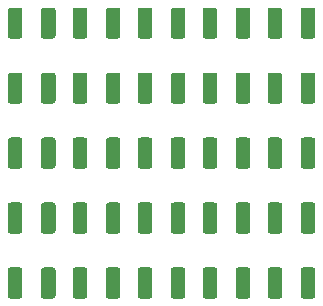
<source format=gbr>
G04 #@! TF.GenerationSoftware,KiCad,Pcbnew,5.1.6-c6e7f7d~87~ubuntu19.10.1*
G04 #@! TF.CreationDate,2020-10-15T12:23:37+04:00*
G04 #@! TF.ProjectId,ledy,6c656479-2e6b-4696-9361-645f70636258,rev?*
G04 #@! TF.SameCoordinates,Original*
G04 #@! TF.FileFunction,Paste,Top*
G04 #@! TF.FilePolarity,Positive*
%FSLAX46Y46*%
G04 Gerber Fmt 4.6, Leading zero omitted, Abs format (unit mm)*
G04 Created by KiCad (PCBNEW 5.1.6-c6e7f7d~87~ubuntu19.10.1) date 2020-10-15 12:23:37*
%MOMM*%
%LPD*%
G01*
G04 APERTURE LIST*
G04 APERTURE END LIST*
G04 #@! TO.C,D5*
G36*
G01*
X233670000Y-103974000D02*
X233670000Y-101824000D01*
G75*
G02*
X233920000Y-101574000I250000J0D01*
G01*
X234670000Y-101574000D01*
G75*
G02*
X234920000Y-101824000I0J-250000D01*
G01*
X234920000Y-103974000D01*
G75*
G02*
X234670000Y-104224000I-250000J0D01*
G01*
X233920000Y-104224000D01*
G75*
G02*
X233670000Y-103974000I0J250000D01*
G01*
G37*
G36*
G01*
X236470000Y-103974000D02*
X236470000Y-101824000D01*
G75*
G02*
X236720000Y-101574000I250000J0D01*
G01*
X237470000Y-101574000D01*
G75*
G02*
X237720000Y-101824000I0J-250000D01*
G01*
X237720000Y-103974000D01*
G75*
G02*
X237470000Y-104224000I-250000J0D01*
G01*
X236720000Y-104224000D01*
G75*
G02*
X236470000Y-103974000I0J250000D01*
G01*
G37*
G04 #@! TD*
G04 #@! TO.C,D4*
G36*
G01*
X228170000Y-103974000D02*
X228170000Y-101824000D01*
G75*
G02*
X228420000Y-101574000I250000J0D01*
G01*
X229170000Y-101574000D01*
G75*
G02*
X229420000Y-101824000I0J-250000D01*
G01*
X229420000Y-103974000D01*
G75*
G02*
X229170000Y-104224000I-250000J0D01*
G01*
X228420000Y-104224000D01*
G75*
G02*
X228170000Y-103974000I0J250000D01*
G01*
G37*
G36*
G01*
X230970000Y-103974000D02*
X230970000Y-101824000D01*
G75*
G02*
X231220000Y-101574000I250000J0D01*
G01*
X231970000Y-101574000D01*
G75*
G02*
X232220000Y-101824000I0J-250000D01*
G01*
X232220000Y-103974000D01*
G75*
G02*
X231970000Y-104224000I-250000J0D01*
G01*
X231220000Y-104224000D01*
G75*
G02*
X230970000Y-103974000I0J250000D01*
G01*
G37*
G04 #@! TD*
G04 #@! TO.C,D3*
G36*
G01*
X222670000Y-103974000D02*
X222670000Y-101824000D01*
G75*
G02*
X222920000Y-101574000I250000J0D01*
G01*
X223670000Y-101574000D01*
G75*
G02*
X223920000Y-101824000I0J-250000D01*
G01*
X223920000Y-103974000D01*
G75*
G02*
X223670000Y-104224000I-250000J0D01*
G01*
X222920000Y-104224000D01*
G75*
G02*
X222670000Y-103974000I0J250000D01*
G01*
G37*
G36*
G01*
X225470000Y-103974000D02*
X225470000Y-101824000D01*
G75*
G02*
X225720000Y-101574000I250000J0D01*
G01*
X226470000Y-101574000D01*
G75*
G02*
X226720000Y-101824000I0J-250000D01*
G01*
X226720000Y-103974000D01*
G75*
G02*
X226470000Y-104224000I-250000J0D01*
G01*
X225720000Y-104224000D01*
G75*
G02*
X225470000Y-103974000I0J250000D01*
G01*
G37*
G04 #@! TD*
G04 #@! TO.C,D2*
G36*
G01*
X217170000Y-103974000D02*
X217170000Y-101824000D01*
G75*
G02*
X217420000Y-101574000I250000J0D01*
G01*
X218170000Y-101574000D01*
G75*
G02*
X218420000Y-101824000I0J-250000D01*
G01*
X218420000Y-103974000D01*
G75*
G02*
X218170000Y-104224000I-250000J0D01*
G01*
X217420000Y-104224000D01*
G75*
G02*
X217170000Y-103974000I0J250000D01*
G01*
G37*
G36*
G01*
X219970000Y-103974000D02*
X219970000Y-101824000D01*
G75*
G02*
X220220000Y-101574000I250000J0D01*
G01*
X220970000Y-101574000D01*
G75*
G02*
X221220000Y-101824000I0J-250000D01*
G01*
X221220000Y-103974000D01*
G75*
G02*
X220970000Y-104224000I-250000J0D01*
G01*
X220220000Y-104224000D01*
G75*
G02*
X219970000Y-103974000I0J250000D01*
G01*
G37*
G04 #@! TD*
G04 #@! TO.C,D1*
G36*
G01*
X211670000Y-103974000D02*
X211670000Y-101824000D01*
G75*
G02*
X211920000Y-101574000I250000J0D01*
G01*
X212670000Y-101574000D01*
G75*
G02*
X212920000Y-101824000I0J-250000D01*
G01*
X212920000Y-103974000D01*
G75*
G02*
X212670000Y-104224000I-250000J0D01*
G01*
X211920000Y-104224000D01*
G75*
G02*
X211670000Y-103974000I0J250000D01*
G01*
G37*
G36*
G01*
X214470000Y-103974000D02*
X214470000Y-101824000D01*
G75*
G02*
X214720000Y-101574000I250000J0D01*
G01*
X215470000Y-101574000D01*
G75*
G02*
X215720000Y-101824000I0J-250000D01*
G01*
X215720000Y-103974000D01*
G75*
G02*
X215470000Y-104224000I-250000J0D01*
G01*
X214720000Y-104224000D01*
G75*
G02*
X214470000Y-103974000I0J250000D01*
G01*
G37*
G04 #@! TD*
G04 #@! TO.C,D10*
G36*
G01*
X233670000Y-98474000D02*
X233670000Y-96324000D01*
G75*
G02*
X233920000Y-96074000I250000J0D01*
G01*
X234670000Y-96074000D01*
G75*
G02*
X234920000Y-96324000I0J-250000D01*
G01*
X234920000Y-98474000D01*
G75*
G02*
X234670000Y-98724000I-250000J0D01*
G01*
X233920000Y-98724000D01*
G75*
G02*
X233670000Y-98474000I0J250000D01*
G01*
G37*
G36*
G01*
X236470000Y-98474000D02*
X236470000Y-96324000D01*
G75*
G02*
X236720000Y-96074000I250000J0D01*
G01*
X237470000Y-96074000D01*
G75*
G02*
X237720000Y-96324000I0J-250000D01*
G01*
X237720000Y-98474000D01*
G75*
G02*
X237470000Y-98724000I-250000J0D01*
G01*
X236720000Y-98724000D01*
G75*
G02*
X236470000Y-98474000I0J250000D01*
G01*
G37*
G04 #@! TD*
G04 #@! TO.C,D9*
G36*
G01*
X228170000Y-98474000D02*
X228170000Y-96324000D01*
G75*
G02*
X228420000Y-96074000I250000J0D01*
G01*
X229170000Y-96074000D01*
G75*
G02*
X229420000Y-96324000I0J-250000D01*
G01*
X229420000Y-98474000D01*
G75*
G02*
X229170000Y-98724000I-250000J0D01*
G01*
X228420000Y-98724000D01*
G75*
G02*
X228170000Y-98474000I0J250000D01*
G01*
G37*
G36*
G01*
X230970000Y-98474000D02*
X230970000Y-96324000D01*
G75*
G02*
X231220000Y-96074000I250000J0D01*
G01*
X231970000Y-96074000D01*
G75*
G02*
X232220000Y-96324000I0J-250000D01*
G01*
X232220000Y-98474000D01*
G75*
G02*
X231970000Y-98724000I-250000J0D01*
G01*
X231220000Y-98724000D01*
G75*
G02*
X230970000Y-98474000I0J250000D01*
G01*
G37*
G04 #@! TD*
G04 #@! TO.C,D8*
G36*
G01*
X222670000Y-98474000D02*
X222670000Y-96324000D01*
G75*
G02*
X222920000Y-96074000I250000J0D01*
G01*
X223670000Y-96074000D01*
G75*
G02*
X223920000Y-96324000I0J-250000D01*
G01*
X223920000Y-98474000D01*
G75*
G02*
X223670000Y-98724000I-250000J0D01*
G01*
X222920000Y-98724000D01*
G75*
G02*
X222670000Y-98474000I0J250000D01*
G01*
G37*
G36*
G01*
X225470000Y-98474000D02*
X225470000Y-96324000D01*
G75*
G02*
X225720000Y-96074000I250000J0D01*
G01*
X226470000Y-96074000D01*
G75*
G02*
X226720000Y-96324000I0J-250000D01*
G01*
X226720000Y-98474000D01*
G75*
G02*
X226470000Y-98724000I-250000J0D01*
G01*
X225720000Y-98724000D01*
G75*
G02*
X225470000Y-98474000I0J250000D01*
G01*
G37*
G04 #@! TD*
G04 #@! TO.C,D7*
G36*
G01*
X217170000Y-98474000D02*
X217170000Y-96324000D01*
G75*
G02*
X217420000Y-96074000I250000J0D01*
G01*
X218170000Y-96074000D01*
G75*
G02*
X218420000Y-96324000I0J-250000D01*
G01*
X218420000Y-98474000D01*
G75*
G02*
X218170000Y-98724000I-250000J0D01*
G01*
X217420000Y-98724000D01*
G75*
G02*
X217170000Y-98474000I0J250000D01*
G01*
G37*
G36*
G01*
X219970000Y-98474000D02*
X219970000Y-96324000D01*
G75*
G02*
X220220000Y-96074000I250000J0D01*
G01*
X220970000Y-96074000D01*
G75*
G02*
X221220000Y-96324000I0J-250000D01*
G01*
X221220000Y-98474000D01*
G75*
G02*
X220970000Y-98724000I-250000J0D01*
G01*
X220220000Y-98724000D01*
G75*
G02*
X219970000Y-98474000I0J250000D01*
G01*
G37*
G04 #@! TD*
G04 #@! TO.C,D6*
G36*
G01*
X211670000Y-98474000D02*
X211670000Y-96324000D01*
G75*
G02*
X211920000Y-96074000I250000J0D01*
G01*
X212670000Y-96074000D01*
G75*
G02*
X212920000Y-96324000I0J-250000D01*
G01*
X212920000Y-98474000D01*
G75*
G02*
X212670000Y-98724000I-250000J0D01*
G01*
X211920000Y-98724000D01*
G75*
G02*
X211670000Y-98474000I0J250000D01*
G01*
G37*
G36*
G01*
X214470000Y-98474000D02*
X214470000Y-96324000D01*
G75*
G02*
X214720000Y-96074000I250000J0D01*
G01*
X215470000Y-96074000D01*
G75*
G02*
X215720000Y-96324000I0J-250000D01*
G01*
X215720000Y-98474000D01*
G75*
G02*
X215470000Y-98724000I-250000J0D01*
G01*
X214720000Y-98724000D01*
G75*
G02*
X214470000Y-98474000I0J250000D01*
G01*
G37*
G04 #@! TD*
G04 #@! TO.C,D15*
G36*
G01*
X233670000Y-92974000D02*
X233670000Y-90824000D01*
G75*
G02*
X233920000Y-90574000I250000J0D01*
G01*
X234670000Y-90574000D01*
G75*
G02*
X234920000Y-90824000I0J-250000D01*
G01*
X234920000Y-92974000D01*
G75*
G02*
X234670000Y-93224000I-250000J0D01*
G01*
X233920000Y-93224000D01*
G75*
G02*
X233670000Y-92974000I0J250000D01*
G01*
G37*
G36*
G01*
X236470000Y-92974000D02*
X236470000Y-90824000D01*
G75*
G02*
X236720000Y-90574000I250000J0D01*
G01*
X237470000Y-90574000D01*
G75*
G02*
X237720000Y-90824000I0J-250000D01*
G01*
X237720000Y-92974000D01*
G75*
G02*
X237470000Y-93224000I-250000J0D01*
G01*
X236720000Y-93224000D01*
G75*
G02*
X236470000Y-92974000I0J250000D01*
G01*
G37*
G04 #@! TD*
G04 #@! TO.C,D14*
G36*
G01*
X228170000Y-92974000D02*
X228170000Y-90824000D01*
G75*
G02*
X228420000Y-90574000I250000J0D01*
G01*
X229170000Y-90574000D01*
G75*
G02*
X229420000Y-90824000I0J-250000D01*
G01*
X229420000Y-92974000D01*
G75*
G02*
X229170000Y-93224000I-250000J0D01*
G01*
X228420000Y-93224000D01*
G75*
G02*
X228170000Y-92974000I0J250000D01*
G01*
G37*
G36*
G01*
X230970000Y-92974000D02*
X230970000Y-90824000D01*
G75*
G02*
X231220000Y-90574000I250000J0D01*
G01*
X231970000Y-90574000D01*
G75*
G02*
X232220000Y-90824000I0J-250000D01*
G01*
X232220000Y-92974000D01*
G75*
G02*
X231970000Y-93224000I-250000J0D01*
G01*
X231220000Y-93224000D01*
G75*
G02*
X230970000Y-92974000I0J250000D01*
G01*
G37*
G04 #@! TD*
G04 #@! TO.C,D13*
G36*
G01*
X222670000Y-92974000D02*
X222670000Y-90824000D01*
G75*
G02*
X222920000Y-90574000I250000J0D01*
G01*
X223670000Y-90574000D01*
G75*
G02*
X223920000Y-90824000I0J-250000D01*
G01*
X223920000Y-92974000D01*
G75*
G02*
X223670000Y-93224000I-250000J0D01*
G01*
X222920000Y-93224000D01*
G75*
G02*
X222670000Y-92974000I0J250000D01*
G01*
G37*
G36*
G01*
X225470000Y-92974000D02*
X225470000Y-90824000D01*
G75*
G02*
X225720000Y-90574000I250000J0D01*
G01*
X226470000Y-90574000D01*
G75*
G02*
X226720000Y-90824000I0J-250000D01*
G01*
X226720000Y-92974000D01*
G75*
G02*
X226470000Y-93224000I-250000J0D01*
G01*
X225720000Y-93224000D01*
G75*
G02*
X225470000Y-92974000I0J250000D01*
G01*
G37*
G04 #@! TD*
G04 #@! TO.C,D12*
G36*
G01*
X217170000Y-92974000D02*
X217170000Y-90824000D01*
G75*
G02*
X217420000Y-90574000I250000J0D01*
G01*
X218170000Y-90574000D01*
G75*
G02*
X218420000Y-90824000I0J-250000D01*
G01*
X218420000Y-92974000D01*
G75*
G02*
X218170000Y-93224000I-250000J0D01*
G01*
X217420000Y-93224000D01*
G75*
G02*
X217170000Y-92974000I0J250000D01*
G01*
G37*
G36*
G01*
X219970000Y-92974000D02*
X219970000Y-90824000D01*
G75*
G02*
X220220000Y-90574000I250000J0D01*
G01*
X220970000Y-90574000D01*
G75*
G02*
X221220000Y-90824000I0J-250000D01*
G01*
X221220000Y-92974000D01*
G75*
G02*
X220970000Y-93224000I-250000J0D01*
G01*
X220220000Y-93224000D01*
G75*
G02*
X219970000Y-92974000I0J250000D01*
G01*
G37*
G04 #@! TD*
G04 #@! TO.C,D11*
G36*
G01*
X211670000Y-92974000D02*
X211670000Y-90824000D01*
G75*
G02*
X211920000Y-90574000I250000J0D01*
G01*
X212670000Y-90574000D01*
G75*
G02*
X212920000Y-90824000I0J-250000D01*
G01*
X212920000Y-92974000D01*
G75*
G02*
X212670000Y-93224000I-250000J0D01*
G01*
X211920000Y-93224000D01*
G75*
G02*
X211670000Y-92974000I0J250000D01*
G01*
G37*
G36*
G01*
X214470000Y-92974000D02*
X214470000Y-90824000D01*
G75*
G02*
X214720000Y-90574000I250000J0D01*
G01*
X215470000Y-90574000D01*
G75*
G02*
X215720000Y-90824000I0J-250000D01*
G01*
X215720000Y-92974000D01*
G75*
G02*
X215470000Y-93224000I-250000J0D01*
G01*
X214720000Y-93224000D01*
G75*
G02*
X214470000Y-92974000I0J250000D01*
G01*
G37*
G04 #@! TD*
G04 #@! TO.C,D20*
G36*
G01*
X233670000Y-87474000D02*
X233670000Y-85324000D01*
G75*
G02*
X233920000Y-85074000I250000J0D01*
G01*
X234670000Y-85074000D01*
G75*
G02*
X234920000Y-85324000I0J-250000D01*
G01*
X234920000Y-87474000D01*
G75*
G02*
X234670000Y-87724000I-250000J0D01*
G01*
X233920000Y-87724000D01*
G75*
G02*
X233670000Y-87474000I0J250000D01*
G01*
G37*
G36*
G01*
X236470000Y-87474000D02*
X236470000Y-85324000D01*
G75*
G02*
X236720000Y-85074000I250000J0D01*
G01*
X237470000Y-85074000D01*
G75*
G02*
X237720000Y-85324000I0J-250000D01*
G01*
X237720000Y-87474000D01*
G75*
G02*
X237470000Y-87724000I-250000J0D01*
G01*
X236720000Y-87724000D01*
G75*
G02*
X236470000Y-87474000I0J250000D01*
G01*
G37*
G04 #@! TD*
G04 #@! TO.C,D19*
G36*
G01*
X228170000Y-87474000D02*
X228170000Y-85324000D01*
G75*
G02*
X228420000Y-85074000I250000J0D01*
G01*
X229170000Y-85074000D01*
G75*
G02*
X229420000Y-85324000I0J-250000D01*
G01*
X229420000Y-87474000D01*
G75*
G02*
X229170000Y-87724000I-250000J0D01*
G01*
X228420000Y-87724000D01*
G75*
G02*
X228170000Y-87474000I0J250000D01*
G01*
G37*
G36*
G01*
X230970000Y-87474000D02*
X230970000Y-85324000D01*
G75*
G02*
X231220000Y-85074000I250000J0D01*
G01*
X231970000Y-85074000D01*
G75*
G02*
X232220000Y-85324000I0J-250000D01*
G01*
X232220000Y-87474000D01*
G75*
G02*
X231970000Y-87724000I-250000J0D01*
G01*
X231220000Y-87724000D01*
G75*
G02*
X230970000Y-87474000I0J250000D01*
G01*
G37*
G04 #@! TD*
G04 #@! TO.C,D18*
G36*
G01*
X222670000Y-87474000D02*
X222670000Y-85324000D01*
G75*
G02*
X222920000Y-85074000I250000J0D01*
G01*
X223670000Y-85074000D01*
G75*
G02*
X223920000Y-85324000I0J-250000D01*
G01*
X223920000Y-87474000D01*
G75*
G02*
X223670000Y-87724000I-250000J0D01*
G01*
X222920000Y-87724000D01*
G75*
G02*
X222670000Y-87474000I0J250000D01*
G01*
G37*
G36*
G01*
X225470000Y-87474000D02*
X225470000Y-85324000D01*
G75*
G02*
X225720000Y-85074000I250000J0D01*
G01*
X226470000Y-85074000D01*
G75*
G02*
X226720000Y-85324000I0J-250000D01*
G01*
X226720000Y-87474000D01*
G75*
G02*
X226470000Y-87724000I-250000J0D01*
G01*
X225720000Y-87724000D01*
G75*
G02*
X225470000Y-87474000I0J250000D01*
G01*
G37*
G04 #@! TD*
G04 #@! TO.C,D17*
G36*
G01*
X217170000Y-87474000D02*
X217170000Y-85324000D01*
G75*
G02*
X217420000Y-85074000I250000J0D01*
G01*
X218170000Y-85074000D01*
G75*
G02*
X218420000Y-85324000I0J-250000D01*
G01*
X218420000Y-87474000D01*
G75*
G02*
X218170000Y-87724000I-250000J0D01*
G01*
X217420000Y-87724000D01*
G75*
G02*
X217170000Y-87474000I0J250000D01*
G01*
G37*
G36*
G01*
X219970000Y-87474000D02*
X219970000Y-85324000D01*
G75*
G02*
X220220000Y-85074000I250000J0D01*
G01*
X220970000Y-85074000D01*
G75*
G02*
X221220000Y-85324000I0J-250000D01*
G01*
X221220000Y-87474000D01*
G75*
G02*
X220970000Y-87724000I-250000J0D01*
G01*
X220220000Y-87724000D01*
G75*
G02*
X219970000Y-87474000I0J250000D01*
G01*
G37*
G04 #@! TD*
G04 #@! TO.C,D16*
G36*
G01*
X211670000Y-87474000D02*
X211670000Y-85324000D01*
G75*
G02*
X211920000Y-85074000I250000J0D01*
G01*
X212670000Y-85074000D01*
G75*
G02*
X212920000Y-85324000I0J-250000D01*
G01*
X212920000Y-87474000D01*
G75*
G02*
X212670000Y-87724000I-250000J0D01*
G01*
X211920000Y-87724000D01*
G75*
G02*
X211670000Y-87474000I0J250000D01*
G01*
G37*
G36*
G01*
X214470000Y-87474000D02*
X214470000Y-85324000D01*
G75*
G02*
X214720000Y-85074000I250000J0D01*
G01*
X215470000Y-85074000D01*
G75*
G02*
X215720000Y-85324000I0J-250000D01*
G01*
X215720000Y-87474000D01*
G75*
G02*
X215470000Y-87724000I-250000J0D01*
G01*
X214720000Y-87724000D01*
G75*
G02*
X214470000Y-87474000I0J250000D01*
G01*
G37*
G04 #@! TD*
G04 #@! TO.C,D25*
G36*
G01*
X233670000Y-81974000D02*
X233670000Y-79824000D01*
G75*
G02*
X233920000Y-79574000I250000J0D01*
G01*
X234670000Y-79574000D01*
G75*
G02*
X234920000Y-79824000I0J-250000D01*
G01*
X234920000Y-81974000D01*
G75*
G02*
X234670000Y-82224000I-250000J0D01*
G01*
X233920000Y-82224000D01*
G75*
G02*
X233670000Y-81974000I0J250000D01*
G01*
G37*
G36*
G01*
X236470000Y-81974000D02*
X236470000Y-79824000D01*
G75*
G02*
X236720000Y-79574000I250000J0D01*
G01*
X237470000Y-79574000D01*
G75*
G02*
X237720000Y-79824000I0J-250000D01*
G01*
X237720000Y-81974000D01*
G75*
G02*
X237470000Y-82224000I-250000J0D01*
G01*
X236720000Y-82224000D01*
G75*
G02*
X236470000Y-81974000I0J250000D01*
G01*
G37*
G04 #@! TD*
G04 #@! TO.C,D24*
G36*
G01*
X228170000Y-81974000D02*
X228170000Y-79824000D01*
G75*
G02*
X228420000Y-79574000I250000J0D01*
G01*
X229170000Y-79574000D01*
G75*
G02*
X229420000Y-79824000I0J-250000D01*
G01*
X229420000Y-81974000D01*
G75*
G02*
X229170000Y-82224000I-250000J0D01*
G01*
X228420000Y-82224000D01*
G75*
G02*
X228170000Y-81974000I0J250000D01*
G01*
G37*
G36*
G01*
X230970000Y-81974000D02*
X230970000Y-79824000D01*
G75*
G02*
X231220000Y-79574000I250000J0D01*
G01*
X231970000Y-79574000D01*
G75*
G02*
X232220000Y-79824000I0J-250000D01*
G01*
X232220000Y-81974000D01*
G75*
G02*
X231970000Y-82224000I-250000J0D01*
G01*
X231220000Y-82224000D01*
G75*
G02*
X230970000Y-81974000I0J250000D01*
G01*
G37*
G04 #@! TD*
G04 #@! TO.C,D23*
G36*
G01*
X222670000Y-81974000D02*
X222670000Y-79824000D01*
G75*
G02*
X222920000Y-79574000I250000J0D01*
G01*
X223670000Y-79574000D01*
G75*
G02*
X223920000Y-79824000I0J-250000D01*
G01*
X223920000Y-81974000D01*
G75*
G02*
X223670000Y-82224000I-250000J0D01*
G01*
X222920000Y-82224000D01*
G75*
G02*
X222670000Y-81974000I0J250000D01*
G01*
G37*
G36*
G01*
X225470000Y-81974000D02*
X225470000Y-79824000D01*
G75*
G02*
X225720000Y-79574000I250000J0D01*
G01*
X226470000Y-79574000D01*
G75*
G02*
X226720000Y-79824000I0J-250000D01*
G01*
X226720000Y-81974000D01*
G75*
G02*
X226470000Y-82224000I-250000J0D01*
G01*
X225720000Y-82224000D01*
G75*
G02*
X225470000Y-81974000I0J250000D01*
G01*
G37*
G04 #@! TD*
G04 #@! TO.C,D22*
G36*
G01*
X217170000Y-81974000D02*
X217170000Y-79824000D01*
G75*
G02*
X217420000Y-79574000I250000J0D01*
G01*
X218170000Y-79574000D01*
G75*
G02*
X218420000Y-79824000I0J-250000D01*
G01*
X218420000Y-81974000D01*
G75*
G02*
X218170000Y-82224000I-250000J0D01*
G01*
X217420000Y-82224000D01*
G75*
G02*
X217170000Y-81974000I0J250000D01*
G01*
G37*
G36*
G01*
X219970000Y-81974000D02*
X219970000Y-79824000D01*
G75*
G02*
X220220000Y-79574000I250000J0D01*
G01*
X220970000Y-79574000D01*
G75*
G02*
X221220000Y-79824000I0J-250000D01*
G01*
X221220000Y-81974000D01*
G75*
G02*
X220970000Y-82224000I-250000J0D01*
G01*
X220220000Y-82224000D01*
G75*
G02*
X219970000Y-81974000I0J250000D01*
G01*
G37*
G04 #@! TD*
G04 #@! TO.C,D21*
G36*
G01*
X214470000Y-81974000D02*
X214470000Y-79824000D01*
G75*
G02*
X214720000Y-79574000I250000J0D01*
G01*
X215470000Y-79574000D01*
G75*
G02*
X215720000Y-79824000I0J-250000D01*
G01*
X215720000Y-81974000D01*
G75*
G02*
X215470000Y-82224000I-250000J0D01*
G01*
X214720000Y-82224000D01*
G75*
G02*
X214470000Y-81974000I0J250000D01*
G01*
G37*
G36*
G01*
X211670000Y-81974000D02*
X211670000Y-79824000D01*
G75*
G02*
X211920000Y-79574000I250000J0D01*
G01*
X212670000Y-79574000D01*
G75*
G02*
X212920000Y-79824000I0J-250000D01*
G01*
X212920000Y-81974000D01*
G75*
G02*
X212670000Y-82224000I-250000J0D01*
G01*
X211920000Y-82224000D01*
G75*
G02*
X211670000Y-81974000I0J250000D01*
G01*
G37*
G04 #@! TD*
M02*

</source>
